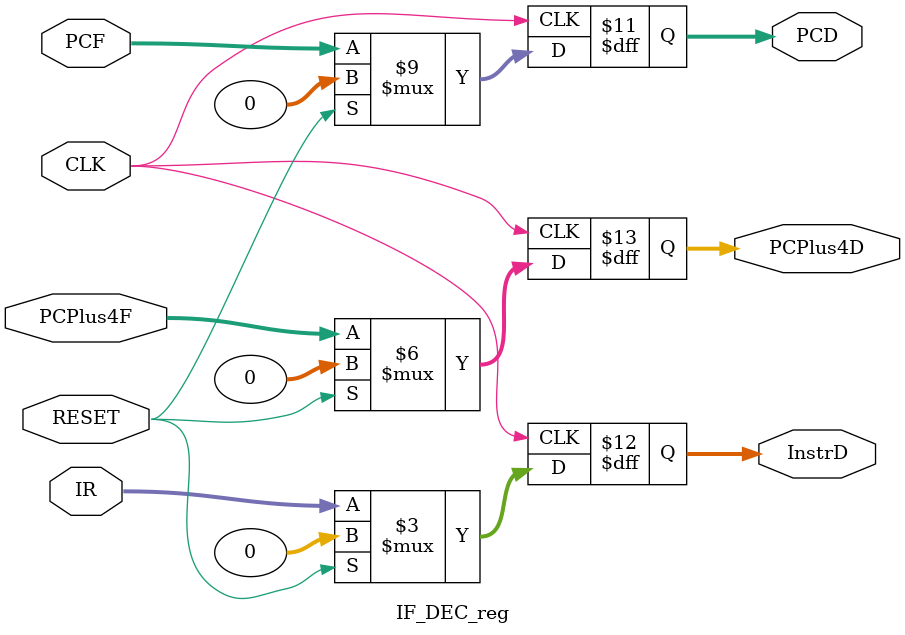
<source format=sv>
`timescale 1ns / 1ps


module IF_DEC_reg(
    input CLK, RESET,
    input logic [31:0] IR, PCF, PCPlus4F,
    output logic [31:0] PCD, InstrD, PCPlus4D

    );
    
    always_ff @(posedge CLK) begin
    
        if (RESET) begin
            PCD <= 32'b0;
            PCPlus4D <= 32'b0;
            InstrD <= 32'b0;
        end
        else begin
            PCD <= PCF;
            PCPlus4D <= PCPlus4F;
            InstrD <= IR;
        end
    end
        
endmodule

</source>
